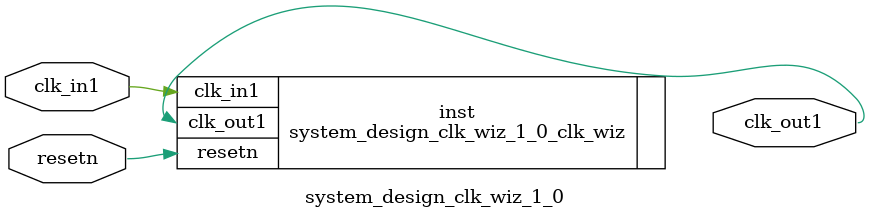
<source format=v>


`timescale 1ps/1ps

(* CORE_GENERATION_INFO = "system_design_clk_wiz_1_0,clk_wiz_v6_0_3_0_0,{component_name=system_design_clk_wiz_1_0,use_phase_alignment=true,use_min_o_jitter=false,use_max_i_jitter=false,use_dyn_phase_shift=false,use_inclk_switchover=false,use_dyn_reconfig=false,enable_axi=0,feedback_source=FDBK_AUTO,PRIMITIVE=MMCM,num_out_clk=1,clkin1_period=20.250,clkin2_period=10.0,use_power_down=false,use_reset=true,use_locked=false,use_inclk_stopped=false,feedback_type=SINGLE,CLOCK_MGR_TYPE=NA,manual_override=false}" *)

module system_design_clk_wiz_1_0 
 (
  // Clock out ports
  output        clk_out1,
  // Status and control signals
  input         resetn,
 // Clock in ports
  input         clk_in1
 );

  system_design_clk_wiz_1_0_clk_wiz inst
  (
  // Clock out ports  
  .clk_out1(clk_out1),
  // Status and control signals               
  .resetn(resetn), 
 // Clock in ports
  .clk_in1(clk_in1)
  );

endmodule

</source>
